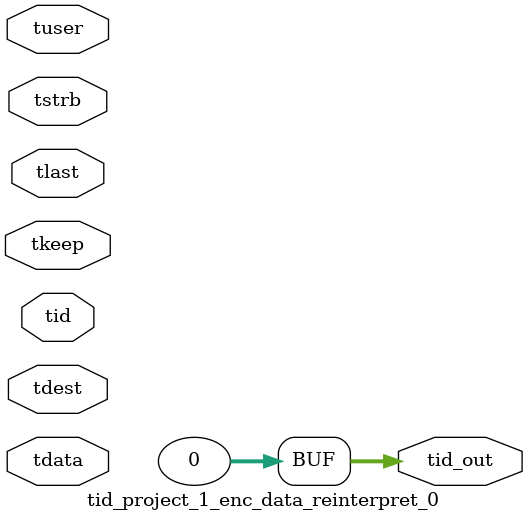
<source format=v>


`timescale 1ps/1ps

module tid_project_1_enc_data_reinterpret_0 #
(
parameter C_S_AXIS_TID_WIDTH   = 1,
parameter C_S_AXIS_TUSER_WIDTH = 0,
parameter C_S_AXIS_TDATA_WIDTH = 0,
parameter C_S_AXIS_TDEST_WIDTH = 0,
parameter C_M_AXIS_TID_WIDTH   = 32
)
(
input  [(C_S_AXIS_TID_WIDTH   == 0 ? 1 : C_S_AXIS_TID_WIDTH)-1:0       ] tid,
input  [(C_S_AXIS_TDATA_WIDTH == 0 ? 1 : C_S_AXIS_TDATA_WIDTH)-1:0     ] tdata,
input  [(C_S_AXIS_TUSER_WIDTH == 0 ? 1 : C_S_AXIS_TUSER_WIDTH)-1:0     ] tuser,
input  [(C_S_AXIS_TDEST_WIDTH == 0 ? 1 : C_S_AXIS_TDEST_WIDTH)-1:0     ] tdest,
input  [(C_S_AXIS_TDATA_WIDTH/8)-1:0 ] tkeep,
input  [(C_S_AXIS_TDATA_WIDTH/8)-1:0 ] tstrb,
input                                                                    tlast,
output [(C_M_AXIS_TID_WIDTH   == 0 ? 1 : C_M_AXIS_TID_WIDTH)-1:0       ] tid_out
);

assign tid_out = {1'b0};

endmodule


</source>
